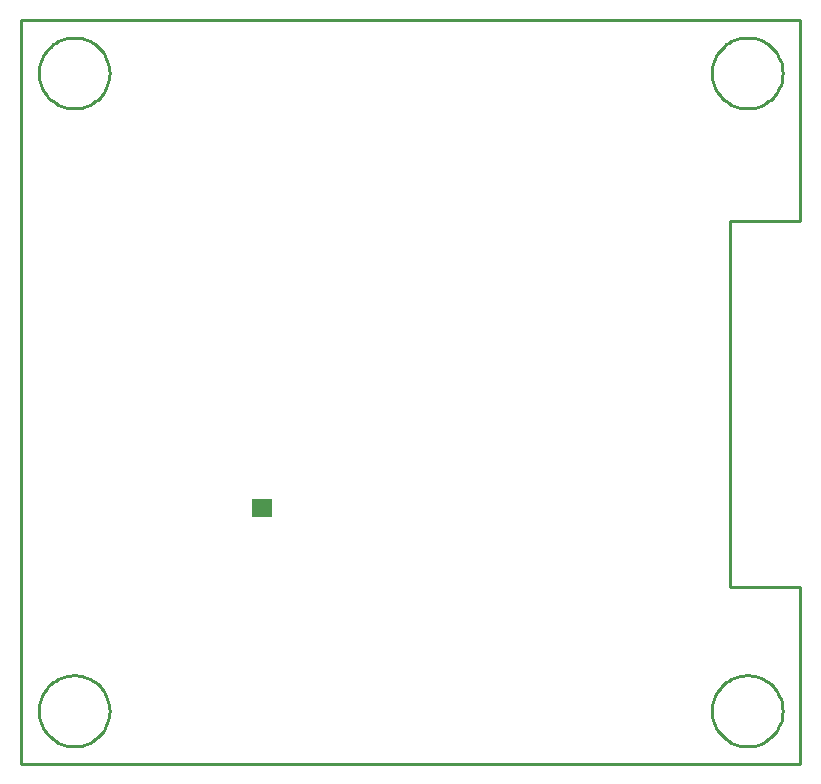
<source format=gko>
%FSTAX23Y23*%
%MOIN*%
%SFA1B1*%

%IPPOS*%
%ADD10C,0.010000*%
%LNmoveh_messkette_einseitig_v2-1*%
%LPD*%
G36*
X00837Y00822D02*
X00771D01*
Y00882*
X00837*
Y00822*
G37*
G54D10*
X00295Y02303D02*
X00294Y02313D01*
X00293Y02323*
X00291Y02332*
X00288Y02342*
X00284Y02351*
X0028Y0236*
X00275Y02369*
X00269Y02377*
X00262Y02384*
X00255Y02391*
X00247Y02398*
X00239Y02403*
X0023Y02408*
X00221Y02412*
X00211Y02416*
X00202Y02418*
X00192Y0242*
X00182Y02421*
X00172*
X00162Y0242*
X00152Y02418*
X00142Y02416*
X00133Y02412*
X00123Y02408*
X00115Y02403*
X00106Y02398*
X00099Y02391*
X00091Y02384*
X00085Y02377*
X00079Y02369*
X00074Y0236*
X00069Y02351*
X00065Y02342*
X00062Y02332*
X0006Y02323*
X00059Y02313*
X00059Y02303*
X00059Y02293*
X0006Y02283*
X00062Y02273*
X00065Y02263*
X00069Y02254*
X00074Y02245*
X00079Y02237*
X00085Y02228*
X00091Y02221*
X00099Y02214*
X00106Y02208*
X00115Y02202*
X00123Y02197*
X00133Y02193*
X00142Y0219*
X00152Y02187*
X00162Y02186*
X00172Y02185*
X00182*
X00192Y02186*
X00202Y02187*
X00211Y0219*
X00221Y02193*
X0023Y02197*
X00239Y02202*
X00247Y02208*
X00255Y02214*
X00262Y02221*
X00269Y02228*
X00275Y02237*
X0028Y02245*
X00284Y02254*
X00288Y02263*
X00291Y02273*
X00293Y02283*
X00294Y02293*
X00295Y02303*
X02539D02*
X02538Y02313D01*
X02537Y02323*
X02535Y02332*
X02532Y02342*
X02528Y02351*
X02524Y0236*
X02519Y02369*
X02513Y02377*
X02506Y02384*
X02499Y02391*
X02491Y02398*
X02483Y02403*
X02474Y02408*
X02465Y02412*
X02455Y02416*
X02446Y02418*
X02436Y0242*
X02426Y02421*
X02416*
X02406Y0242*
X02396Y02418*
X02386Y02416*
X02377Y02412*
X02368Y02408*
X02359Y02403*
X02351Y02398*
X02343Y02391*
X02335Y02384*
X02329Y02377*
X02323Y02369*
X02318Y0236*
X02313Y02351*
X02309Y02342*
X02306Y02332*
X02304Y02323*
X02303Y02313*
X02303Y02303*
X02303Y02293*
X02304Y02283*
X02306Y02273*
X02309Y02263*
X02313Y02254*
X02318Y02245*
X02323Y02237*
X02329Y02228*
X02335Y02221*
X02343Y02214*
X02351Y02208*
X02359Y02202*
X02368Y02197*
X02377Y02193*
X02386Y0219*
X02396Y02187*
X02406Y02186*
X02416Y02185*
X02426*
X02436Y02186*
X02446Y02187*
X02455Y0219*
X02465Y02193*
X02474Y02197*
X02483Y02202*
X02491Y02208*
X02499Y02214*
X02506Y02221*
X02513Y02228*
X02519Y02237*
X02524Y02245*
X02528Y02254*
X02532Y02263*
X02535Y02273*
X02537Y02283*
X02538Y02293*
X02539Y02303*
X00295Y00177D02*
X00294Y00187D01*
X00293Y00197*
X00291Y00206*
X00288Y00216*
X00284Y00225*
X0028Y00234*
X00275Y00243*
X00269Y00251*
X00262Y00258*
X00255Y00265*
X00247Y00272*
X00239Y00277*
X0023Y00282*
X00221Y00286*
X00211Y0029*
X00202Y00292*
X00192Y00294*
X00182Y00295*
X00172*
X00162Y00294*
X00152Y00292*
X00142Y0029*
X00133Y00286*
X00123Y00282*
X00115Y00277*
X00106Y00272*
X00099Y00265*
X00091Y00258*
X00085Y00251*
X00079Y00243*
X00074Y00234*
X00069Y00225*
X00065Y00216*
X00062Y00206*
X0006Y00197*
X00059Y00187*
X00059Y00177*
X00059Y00167*
X0006Y00157*
X00062Y00147*
X00065Y00137*
X00069Y00128*
X00074Y00119*
X00079Y00111*
X00085Y00102*
X00091Y00095*
X00099Y00088*
X00106Y00082*
X00115Y00076*
X00123Y00071*
X00133Y00067*
X00142Y00064*
X00152Y00061*
X00162Y0006*
X00172Y00059*
X00182*
X00192Y0006*
X00202Y00061*
X00211Y00064*
X00221Y00067*
X0023Y00071*
X00239Y00076*
X00247Y00082*
X00255Y00088*
X00262Y00095*
X00269Y00102*
X00275Y00111*
X0028Y00119*
X00284Y00128*
X00288Y00137*
X00291Y00147*
X00293Y00157*
X00294Y00167*
X00295Y00177*
X02539D02*
X02538Y00187D01*
X02537Y00197*
X02535Y00206*
X02532Y00216*
X02528Y00225*
X02524Y00234*
X02519Y00243*
X02513Y00251*
X02506Y00258*
X02499Y00265*
X02491Y00272*
X02483Y00277*
X02474Y00282*
X02465Y00286*
X02455Y0029*
X02446Y00292*
X02436Y00294*
X02426Y00295*
X02416*
X02406Y00294*
X02396Y00292*
X02386Y0029*
X02377Y00286*
X02368Y00282*
X02359Y00277*
X02351Y00272*
X02343Y00265*
X02335Y00258*
X02329Y00251*
X02323Y00243*
X02318Y00234*
X02313Y00225*
X02309Y00216*
X02306Y00206*
X02304Y00197*
X02303Y00187*
X02303Y00177*
X02303Y00167*
X02304Y00157*
X02306Y00147*
X02309Y00137*
X02313Y00128*
X02318Y00119*
X02323Y00111*
X02329Y00102*
X02335Y00095*
X02343Y00088*
X02351Y00082*
X02359Y00076*
X02368Y00071*
X02377Y00067*
X02386Y00064*
X02396Y00061*
X02406Y0006*
X02416Y00059*
X02426*
X02436Y0006*
X02446Y00061*
X02455Y00064*
X02465Y00067*
X02474Y00071*
X02483Y00076*
X02491Y00082*
X02499Y00088*
X02506Y00095*
X02513Y00102*
X02519Y00111*
X02524Y00119*
X02528Y00128*
X02532Y00137*
X02535Y00147*
X02537Y00157*
X02538Y00167*
X02539Y00177*
X0Y0D02*
Y0248D01*
X02598Y0D02*
Y0059D01*
X02362D02*
X02598D01*
X02362D02*
Y01811D01*
X02598*
Y0248*
X0D02*
X02598D01*
X0Y0D02*
X02598D01*
M02*
</source>
